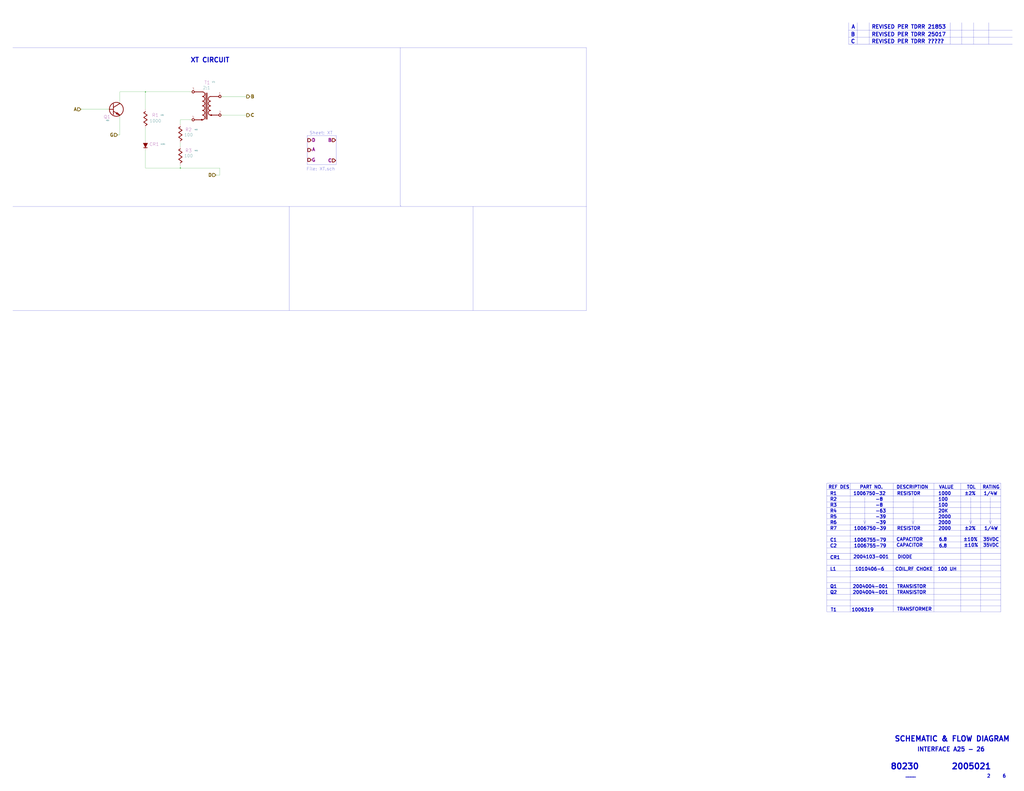
<source format=kicad_sch>
(kicad_sch (version 20211123) (generator eeschema)
  (paper "E")
  (lib_symbols
    (symbol "AGC_DSKY:Diode" (pin_numbers hide) (pin_names (offset 1.016) hide)
      (property "Reference" "CR" (at 0 5.08 0))
      (symbol "Diode_0_1"
        (polyline (pts (xy -2.54 -1.27) (xy -2.54 -1.905)) (stroke (width 0.762)))
        (polyline (pts (xy -2.54 1.27) (xy -2.54 -1.27)) (stroke (width 0.762)))
        (polyline (pts (xy -2.54 1.27) (xy -2.54 1.905)) (stroke (width 0.762)))
        (polyline (pts (xy -2.54 0) (xy 2.54 -2.54) (xy 2.54 2.54) (xy -2.54 0)) (stroke (width 0.2032)) (fill (type outline)))
      )
      (symbol "Diode_1_1"
        (pin passive line (at -5.08 0 0) (length 2.54) (name "K") (number "1"))
        (pin passive line (at 5.08 0 180) (length 2.54) (name "A") (number "2"))
      )
    )
    (symbol "AGC_DSKY:HierBody" (pin_numbers hide) (pin_names (offset 0) hide)
      (symbol "HierBody_0_1"
        (polyline (pts (xy 1.905 0) (xy -0.127 -1.778) (xy -1.905 -1.778) (xy -1.905 1.778) (xy -0.127 1.778) (xy 1.905 0)) (stroke (width 0.762)))
      )
    )
    (symbol "AGC_DSKY:Resistor" (pin_numbers hide) (pin_names (offset 0) hide)
      (property "Reference" "R" (at -0.635 -4.445 0))
      (symbol "Resistor_0_1"
        (polyline (pts (xy -7.62 0) (xy -6.35 -1.905) (xy -3.81 1.905) (xy -1.27 -1.905) (xy 1.27 1.905) (xy 3.81 -1.905) (xy 6.35 1.905) (xy 7.62 0)) (stroke (width 0.762)))
      )
      (symbol "Resistor_1_1"
        (pin passive line (at -10.16 0 0) (length 2.54) (name "1") (number "1"))
        (pin passive line (at 10.16 0 180) (length 2.54) (name "2") (number "2"))
      )
    )
    (symbol "AGC_DSKY:Transformer" (pin_numbers hide) (pin_names (offset 0) hide)
      (property "Reference" "T" (at 0.635 24.13 0))
      (symbol "Transformer_0_0"
        (circle (center -14.605 -15.24) (radius 1.27) (stroke (width 0.762)))
        (circle (center -14.605 15.24) (radius 1.27) (stroke (width 0.762)))
        (arc (start -4.445 -15.24) (mid -1.905 -12.7) (end -4.445 -10.16) (stroke (width 0.762)))
        (arc (start -4.445 -10.16) (mid -1.905 -7.62) (end -4.445 -5.08) (stroke (width 0.762)))
        (arc (start -4.445 -5.08) (mid -1.905 -2.54) (end -4.445 0) (stroke (width 0.762)))
        (arc (start -4.445 0) (mid -1.905 2.54) (end -4.445 5.08) (stroke (width 0.762)))
        (arc (start -4.445 5.08) (mid -1.905 7.62) (end -4.445 10.16) (stroke (width 0.762)))
        (arc (start -4.445 10.16) (mid -1.905 12.7) (end -4.445 15.24) (stroke (width 0.762)))
        (polyline (pts (xy -4.445 -15.24) (xy -13.335 -15.24)) (stroke (width 0.762)))
        (polyline (pts (xy -4.445 15.24) (xy -13.335 15.24)) (stroke (width 0.762)))
        (polyline (pts (xy -0.635 13.97) (xy -0.635 -14.605)) (stroke (width 0.762)))
        (polyline (pts (xy 4.445 -10.16) (xy 13.335 -10.16)) (stroke (width 0.762)))
        (polyline (pts (xy 13.335 10.16) (xy 4.445 10.16)) (stroke (width 0.762)))
        (circle (center 14.605 -10.16) (radius 1.27) (stroke (width 0.762)))
        (circle (center 14.605 10.16) (radius 1.27) (stroke (width 0.762)))
        (text "1" (at 14.605 13.335 0) (effects (font (size 2.54 2.54))))
        (text "2" (at 14.605 -6.985 0) (effects (font (size 2.54 2.54))))
        (text "3" (at -14.605 18.415 0) (effects (font (size 2.54 2.54))))
        (text "4" (at -14.605 -12.065 0) (effects (font (size 2.54 2.54))))
      )
      (symbol "Transformer_0_1"
        (rectangle (start -4.445 -14.605) (end -5.715 -15.875) (stroke (width 0.4064)) (fill (type outline)))
      )
      (symbol "Transformer_0_2"
        (polyline (pts (xy -4.445 15.875) (xy -4.445 14.605) (xy -5.715 14.605) (xy -5.715 15.875) (xy -4.445 15.875)) (stroke (width 0.762)))
        (polyline (pts (xy 4.445 10.795) (xy 4.445 9.525) (xy 5.715 9.525) (xy 5.715 10.795) (xy 4.445 10.795)) (stroke (width 0.762)))
      )
      (symbol "Transformer_1_0"
        (polyline (pts (xy 0.635 -14.605) (xy 0.635 13.97)) (stroke (width 0.762)))
        (arc (start 4.445 -5.08) (mid 1.905 -7.62) (end 4.445 -10.16) (stroke (width 0.762)))
        (arc (start 4.445 0) (mid 1.905 -2.54) (end 4.445 -5.08) (stroke (width 0.762)))
        (arc (start 4.445 5.08) (mid 1.905 2.54) (end 4.445 0) (stroke (width 0.762)))
        (arc (start 4.445 10.16) (mid 1.905 7.62) (end 4.445 5.08) (stroke (width 0.762)))
        (pin passive line (at -15.875 15.24 0) (length 0) (name "3") (number "3"))
      )
      (symbol "Transformer_1_1"
        (rectangle (start 4.445 -10.795) (end 5.715 -9.525) (stroke (width 0.4064)) (fill (type outline)))
        (pin passive line (at 15.875 10.16 180) (length 0) (name "1") (number "1"))
        (pin passive line (at 15.875 -10.16 180) (length 0) (name "2") (number "2"))
        (pin passive line (at -15.875 -15.24 0) (length 0) (name "4") (number "4"))
      )
      (symbol "Transformer_1_2"
        (pin passive line (at 15.875 10.16 180) (length 0) (name "1") (number "1"))
        (pin passive line (at 15.875 -10.16 180) (length 0) (name "2") (number "2"))
        (pin passive line (at -15.875 15.24 0) (length 0) (name "3") (number "3"))
        (pin passive line (at -15.875 -15.24 0) (length 0) (name "4") (number "4"))
      )
    )
    (symbol "AGC_DSKY:Transistor-NPN" (pin_numbers hide) (pin_names (offset 0) hide)
      (property "Reference" "Q" (at 0 10.541 0))
      (symbol "Transistor-NPN_0_1"
        (polyline (pts (xy -3.302 -2.032) (xy 3.81 -6.35)) (stroke (width 0.762)))
        (polyline (pts (xy -3.302 2.032) (xy 3.81 6.35)) (stroke (width 0.762)))
        (polyline (pts (xy -3.302 5.969) (xy -3.302 -5.715)) (stroke (width 0.762)))
        (polyline (pts (xy -3.302 0) (xy -7.62 0) (xy -7.493 0)) (stroke (width 0.762)))
        (polyline (pts (xy -0.127 -4.826) (xy 0.635 -3.556) (xy 3.81 -6.35) (xy -0.254 -4.953)) (stroke (width 0.762)) (fill (type outline)))
        (circle (center 0 0) (radius 7.62) (stroke (width 0.762)))
      )
      (symbol "Transistor-NPN_1_1"
        (pin passive line (at 3.81 6.35 180) (length 0) (name "C") (number "1"))
        (pin passive line (at -7.62 0 0) (length 0) (name "B") (number "2"))
        (pin passive line (at 3.81 -6.35 180) (length 0) (name "E") (number "3"))
      )
    )
  )
  (junction (at 158.75 100.33))
  (junction (at 196.85 183.515))
  (polyline (pts (xy 1080.9478 542.9504) (xy 1080.9478 572.1604)) (stroke (width 0) (type solid)))
  (wire (pts (xy 196.85 180.34) (xy 196.85 183.515)))
  (polyline (pts (xy 902.5128 629.9454) (xy 1092.3778 629.9454)) (stroke (width 0) (type solid)))
  (polyline (pts (xy 902.5128 541.6804) (xy 1092.3778 541.6804)) (stroke (width 0) (type solid)))
  (polyline (pts (xy 516.255 225.425) (xy 516.255 339.09)) (stroke (width 0) (type solid)))
  (polyline (pts (xy 1059.3578 542.9504) (xy 1059.3578 572.1604)) (stroke (width 0) (type solid)))
  (polyline (pts (xy 902.5128 655.3454) (xy 1092.3778 655.3454)) (stroke (width 0) (type solid)))
  (polyline (pts (xy 335.28 147.955) (xy 335.28 179.705)) (stroke (width 0) (type solid)))
  (polyline (pts (xy 1092.3778 610.8954) (xy 902.5128 610.8954)) (stroke (width 0) (type solid)))
  (polyline (pts (xy 1048.5628 527.7104) (xy 1048.5628 668.0454)) (stroke (width 0) (type solid)))
  (wire (pts (xy 196.85 135.89) (xy 196.85 130.81)))
  (polyline (pts (xy 927.9128 527.7104) (xy 927.9128 668.0454)) (stroke (width 0) (type solid)))
  (polyline (pts (xy 902.5128 604.5454) (xy 1092.3778 604.5454)) (stroke (width 0) (type solid)))
  (polyline (pts (xy 996.4928 542.9504) (xy 996.4928 572.1604)) (stroke (width 0) (type solid)))
  (polyline (pts (xy 436.88 224.79) (xy 437.515 224.79)))
  (polyline (pts (xy 902.5128 668.0454) (xy 1092.3778 668.0454)) (stroke (width 0) (type solid)))
  (wire (pts (xy 241.3 125.73) (xy 269.24 125.73)))
  (polyline (pts (xy 974.9028 527.7104) (xy 974.9028 668.0454)) (stroke (width 0) (type solid)))
  (polyline (pts (xy 1092.3778 623.5954) (xy 902.5128 623.5954)) (stroke (width 0) (type solid)))
  (polyline (pts (xy 1070.1528 527.7104) (xy 1070.1528 668.0454)) (stroke (width 0) (type solid)))
  (polyline (pts (xy 996.4928 572.1604) (xy 995.2228 568.3504)) (stroke (width 0) (type solid)))
  (polyline (pts (xy 1092.3778 598.1954) (xy 902.5128 598.1954)) (stroke (width 0) (type solid)))
  (polyline (pts (xy 902.5128 527.7104) (xy 1092.3778 527.7104)) (stroke (width 0) (type solid)))
  (wire (pts (xy 119.38 119.38) (xy 88.265 119.38)))
  (polyline (pts (xy 902.5128 566.4454) (xy 1092.3778 566.4454)) (stroke (width 0) (type solid)))
  (polyline (pts (xy 367.03 179.705) (xy 367.03 147.955)) (stroke (width 0) (type solid)))
  (polyline (pts (xy 943.7878 572.1604) (xy 942.5178 568.3504)) (stroke (width 0) (type solid)))
  (wire (pts (xy 130.81 113.03) (xy 130.81 100.33)))
  (polyline (pts (xy 1092.3778 648.9954) (xy 902.5128 648.9954)) (stroke (width 0) (type solid)))
  (polyline (pts (xy 1082.2178 568.3504) (xy 1080.9478 572.1604)) (stroke (width 0) (type solid)))
  (polyline (pts (xy 902.5128 527.7104) (xy 902.5128 668.0454)) (stroke (width 0) (type solid)))
  (wire (pts (xy 269.24 105.41) (xy 241.3 105.41)))
  (polyline (pts (xy 1092.3778 560.7304) (xy 902.5128 560.7304)) (stroke (width 0) (type solid)))
  (polyline (pts (xy 1104.9 33.02) (xy 926.1094 33.02)) (stroke (width 0.1524) (type solid)))
  (polyline (pts (xy 943.7878 542.9504) (xy 943.7878 572.1604)) (stroke (width 0) (type solid)))
  (polyline (pts (xy 1092.3778 534.6954) (xy 902.5128 534.6954)) (stroke (width 0) (type solid)))
  (wire (pts (xy 240.03 183.515) (xy 240.03 191.135)))
  (polyline (pts (xy 437.515 224.79) (xy 437.515 225.425)))
  (polyline (pts (xy 1049.8074 48.2346) (xy 1049.8074 24.7396)) (stroke (width 0.1524) (type solid)))
  (polyline (pts (xy 1104.9 40.64) (xy 926.1094 40.64)) (stroke (width 0.1524) (type solid)))
  (polyline (pts (xy 436.88 52.07) (xy 436.88 224.79)) (stroke (width 0) (type solid)))
  (polyline (pts (xy 1080.9478 572.1604) (xy 1079.6778 568.3504)) (stroke (width 0) (type solid)))
  (polyline (pts (xy 902.5128 579.1454) (xy 1092.3778 579.1454)) (stroke (width 0) (type solid)))
  (polyline (pts (xy 1037.1074 48.2346) (xy 1037.1074 24.7396)) (stroke (width 0.1524) (type solid)))
  (polyline (pts (xy 315.595 225.425) (xy 315.595 339.09)) (stroke (width 0) (type solid)))
  (polyline (pts (xy 1104.9 48.26) (xy 926.084 48.26)) (stroke (width 0.1524) (type solid)))
  (wire (pts (xy 158.75 183.515) (xy 196.85 183.515)))
  (polyline (pts (xy 1092.3778 548.0304) (xy 902.5128 548.0304)) (stroke (width 0) (type solid)))
  (wire (pts (xy 196.85 160.02) (xy 196.85 156.21)))
  (polyline (pts (xy 902.5128 617.2454) (xy 1092.3778 617.2454)) (stroke (width 0) (type solid)))
  (polyline (pts (xy 1019.3528 527.7104) (xy 1019.3528 668.0454)) (stroke (width 0) (type solid)))
  (wire (pts (xy 196.85 183.515) (xy 240.03 183.515)))
  (polyline (pts (xy 1060.6278 568.3504) (xy 1059.3578 572.1604)) (stroke (width 0) (type solid)))
  (wire (pts (xy 196.85 130.81) (xy 209.55 130.81)))
  (polyline (pts (xy 902.5128 573.4304) (xy 1092.3778 573.4304)) (stroke (width 0) (type solid)))
  (polyline (pts (xy 926.1094 48.26) (xy 926.1094 24.765)) (stroke (width 0.1524) (type solid)))
  (polyline (pts (xy 902.5128 591.8454) (xy 1092.3778 591.8454)) (stroke (width 0) (type solid)))
  (wire (pts (xy 158.75 163.83) (xy 158.75 183.515)))
  (polyline (pts (xy 997.7628 568.3504) (xy 996.4928 572.1604)) (stroke (width 0) (type solid)))
  (polyline (pts (xy 1078.992 48.2346) (xy 1078.992 24.7396)) (stroke (width 0.1524) (type solid)))
  (polyline (pts (xy 1062.5074 48.2346) (xy 1062.5074 24.7396)) (stroke (width 0.1524) (type solid)))
  (polyline (pts (xy 902.5128 585.4954) (xy 1092.3778 585.4954)) (stroke (width 0) (type solid)))
  (wire (pts (xy 158.75 139.7) (xy 158.75 153.67)))
  (polyline (pts (xy 13.97 52.07) (xy 640.08 52.07)) (stroke (width 0) (type solid)))
  (wire (pts (xy 128.27 147.32) (xy 130.81 147.32)))
  (polyline (pts (xy 640.08 52.07) (xy 640.08 339.09)) (stroke (width 0) (type solid)))
  (wire (pts (xy 158.75 100.33) (xy 158.75 119.38)))
  (polyline (pts (xy 1059.3578 572.1604) (xy 1058.0878 568.3504)) (stroke (width 0) (type solid)))
  (wire (pts (xy 158.75 100.33) (xy 209.55 100.33)))
  (polyline (pts (xy 948.69 48.2346) (xy 948.69 24.7396)) (stroke (width 0.1524) (type solid)))
  (polyline (pts (xy 335.28 179.705) (xy 367.03 179.705)) (stroke (width 0) (type solid)))
  (polyline (pts (xy 935.7106 48.26) (xy 935.7106 24.765)) (stroke (width 0.1524) (type solid)))
  (polyline (pts (xy 1092.3778 636.2954) (xy 902.5128 636.2954)) (stroke (width 0) (type solid)))
  (wire (pts (xy 130.81 100.33) (xy 158.75 100.33)))
  (polyline (pts (xy 367.03 147.955) (xy 335.28 147.955)) (stroke (width 0) (type solid)))
  (polyline (pts (xy 13.97 339.09) (xy 640.08 339.09)) (stroke (width 0) (type solid)))
  (polyline (pts (xy 902.5128 554.3804) (xy 1092.3778 554.3804)) (stroke (width 0) (type solid)))
  (polyline (pts (xy 945.0578 568.3504) (xy 943.7878 572.1604)) (stroke (width 0) (type solid)))
  (wire (pts (xy 130.81 147.32) (xy 130.81 125.73)))
  (wire (pts (xy 240.03 191.135) (xy 235.585 191.135)))
  (polyline (pts (xy 13.97 225.425) (xy 640.08 225.425)) (stroke (width 0) (type solid)))
  (polyline (pts (xy 1092.3778 527.7104) (xy 1092.3778 668.0454)) (stroke (width 0) (type solid)))
  (polyline (pts (xy 902.5128 642.6454) (xy 1092.3778 642.6454)) (stroke (width 0) (type solid)))
  (polyline (pts (xy 1092.3778 661.6954) (xy 902.5128 661.6954)) (stroke (width 0) (type solid)))
  (text "1010406-6" (at 932.9928 623.5954 0) (effects (font (size 3.556 3.556) (thickness 0.7112) bold) (justify left bottom)))
  (text "2000" (at 1023.7978 572.7954 0) (effects (font (size 3.556 3.556) (thickness 0.7112) bold) (justify left bottom)))
  (text "COIL,RF CHOKE" (at 976.8078 623.5954 0) (effects (font (size 3.556 3.556) (thickness 0.7112) bold) (justify left bottom)))
  (text "XT CIRCUIT" (at 207.645 68.58 0) (effects (font (size 5.08 5.08) (thickness 1.016) bold) (justify left bottom)))
  (text "Q1" (at 905.6878 642.6454 0) (effects (font (size 3.556 3.556) (thickness 0.7112) bold) (justify left bottom)))
  (text "____" (at 988.06 848.995 0) (effects (font (size 3.556 3.556) (thickness 0.7112) bold) (justify left bottom)))
  (text "C1" (at 905.6878 591.8454 0) (effects (font (size 3.556 3.556) (thickness 0.7112) bold) (justify left bottom)))
  (text "35VDC" (at 1072.6928 597.5604 0) (effects (font (size 3.556 3.556) (thickness 0.7112) bold) (justify left bottom)))
  (text "±10%" (at 1051.1028 591.2104 0) (effects (font (size 3.556 3.556) (thickness 0.7112) bold) (justify left bottom)))
  (text "CAPACITOR" (at 978.0778 591.2104 0) (effects (font (size 3.556 3.556) (thickness 0.7112) bold) (justify left bottom)))
  (text "2004004-001" (at 930.4528 642.6454 0) (effects (font (size 3.556 3.556) (thickness 0.7112) bold) (justify left bottom)))
  (text "B      REVISED PER TDRR 25017" (at 928.37 40.005 0) (effects (font (size 4.064 4.064) (thickness 0.8128) bold) (justify left bottom)))
  (text "Sheet: XT" (at 363.22 147.32 180) (effects (font (size 3.556 3.556)) (justify right bottom)))
  (text "1/4W" (at 1073.3278 541.0454 0) (effects (font (size 3.556 3.556) (thickness 0.7112) bold) (justify left bottom)))
  (text "CR1" (at 905.6878 610.8954 0) (effects (font (size 3.556 3.556) (thickness 0.7112) bold) (justify left bottom)))
  (text "1000" (at 1023.7978 541.0454 0) (effects (font (size 3.556 3.556) (thickness 0.7112) bold) (justify left bottom)))
  (text "6.8" (at 1024.4328 598.1954 0) (effects (font (size 3.556 3.556) (thickness 0.7112) bold) (justify left bottom)))
  (text "±10%" (at 1051.7378 597.5604 0) (effects (font (size 3.556 3.556) (thickness 0.7112) bold) (justify left bottom)))
  (text "RESISTOR" (at 978.7128 579.1454 0) (effects (font (size 3.556 3.556) (thickness 0.7112) bold) (justify left bottom)))
  (text "R6" (at 905.6878 572.7954 0) (effects (font (size 3.556 3.556) (thickness 0.7112) bold) (justify left bottom)))
  (text "1006750-39" (at 931.7228 579.1454 0) (effects (font (size 3.556 3.556) (thickness 0.7112) bold) (justify left bottom)))
  (text "R1" (at 905.6878 541.0454 0) (effects (font (size 3.556 3.556) (thickness 0.7112) bold) (justify left bottom)))
  (text "R3" (at 905.6878 553.7454 0) (effects (font (size 3.556 3.556) (thickness 0.7112) bold) (justify left bottom)))
  (text "R5" (at 905.6878 566.4454 0) (effects (font (size 3.556 3.556) (thickness 0.7112) bold) (justify left bottom)))
  (text "100 UH" (at 1023.1628 623.5954 0) (effects (font (size 3.556 3.556) (thickness 0.7112) bold) (justify left bottom)))
  (text "1006750-32" (at 931.0878 541.0454 0) (effects (font (size 3.556 3.556) (thickness 0.7112) bold) (justify left bottom)))
  (text "1006319" (at 929.1828 668.0454 0) (effects (font (size 3.556 3.556) (thickness 0.7112) bold) (justify left bottom)))
  (text "C2" (at 905.6878 598.1954 0) (effects (font (size 3.556 3.556) (thickness 0.7112) bold) (justify left bottom)))
  (text "TRANSISTOR" (at 978.7128 642.6454 0) (effects (font (size 3.556 3.556) (thickness 0.7112) bold) (justify left bottom)))
  (text "R7" (at 905.6878 579.1454 0) (effects (font (size 3.556 3.556) (thickness 0.7112) bold) (justify left bottom)))
  (text "VALUE" (at 1024.4328 534.0604 0) (effects (font (size 3.556 3.556) (thickness 0.7112) bold) (justify left bottom)))
  (text "80230" (at 971.55 840.74 0) (effects (font (size 6.35 6.35) (thickness 1.27) bold) (justify left bottom)))
  (text "2005021" (at 1038.225 840.74 0) (effects (font (size 6.35 6.35) (thickness 1.27) bold) (justify left bottom)))
  (text "35VDC" (at 1072.6928 591.2104 0) (effects (font (size 3.556 3.556) (thickness 0.7112) bold) (justify left bottom)))
  (text "SCHEMATIC & FLOW DIAGRAM" (at 975.995 810.26 0) (effects (font (size 5.715 5.715) (thickness 1.143) bold) (justify left bottom)))
  (text "±2%" (at 1052.3728 541.0454 0) (effects (font (size 3.556 3.556) (thickness 0.7112) bold) (justify left bottom)))
  (text "-8" (at 955.2178 547.3954 0) (effects (font (size 3.556 3.556) (thickness 0.7112) bold) (justify left bottom)))
  (text "100" (at 1023.7978 547.3954 0) (effects (font (size 3.556 3.556) (thickness 0.7112) bold) (justify left bottom)))
  (text "RATING" (at 1072.0578 534.0604 0) (effects (font (size 3.556 3.556) (thickness 0.7112) bold) (justify left bottom)))
  (text "-8" (at 955.2178 553.7454 0) (effects (font (size 3.556 3.556) (thickness 0.7112) bold) (justify left bottom)))
  (text "-39" (at 955.2178 572.7954 0) (effects (font (size 3.556 3.556) (thickness 0.7112) bold) (justify left bottom)))
  (text "1/4W" (at 1073.9628 579.1454 0) (effects (font (size 3.556 3.556) (thickness 0.7112) bold) (justify left bottom)))
  (text "-63" (at 955.2178 560.0954 0) (effects (font (size 3.556 3.556) (thickness 0.7112) bold) (justify left bottom)))
  (text "2004004-001" (at 930.4528 648.9954 0) (effects (font (size 3.556 3.556) (thickness 0.7112) bold) (justify left bottom)))
  (text "2004103-001" (at 931.0878 610.2604 0) (effects (font (size 3.556 3.556) (thickness 0.7112) bold) (justify left bottom)))
  (text "TRANSFORMER" (at 978.7128 667.4104 0) (effects (font (size 3.556 3.556) (thickness 0.7112) bold) (justify left bottom)))
  (text "DIODE" (at 979.3478 610.2604 0) (effects (font (size 3.556 3.556) (thickness 0.7112) bold) (justify left bottom)))
  (text "6.8" (at 1024.4328 591.2104 0) (effects (font (size 3.556 3.556) (thickness 0.7112) bold) (justify left bottom)))
  (text "20K" (at 1023.7978 560.0954 0) (effects (font (size 3.556 3.556) (thickness 0.7112) bold) (justify left bottom)))
  (text "±2%" (at 1052.3728 579.1454 0) (effects (font (size 3.556 3.556) (thickness 0.7112) bold) (justify left bottom)))
  (text "REF DES" (at 903.7828 534.0604 0) (effects (font (size 3.556 3.556) (thickness 0.7112) bold) (justify left bottom)))
  (text "2000" (at 1023.7978 566.4454 0) (effects (font (size 3.556 3.556) (thickness 0.7112) bold) (justify left bottom)))
  (text "-39" (at 955.2178 566.4454 0) (effects (font (size 3.556 3.556) (thickness 0.7112) bold) (justify left bottom)))
  (text "L1" (at 905.6878 623.5954 0) (effects (font (size 3.556 3.556) (thickness 0.7112) bold) (justify left bottom)))
  (text "2     6" (at 1076.96 849.63 0) (effects (font (size 3.556 3.556) (thickness 0.7112) bold) (justify left bottom)))
  (text "DESCRIPTION" (at 978.0778 534.0604 0) (effects (font (size 3.556 3.556) (thickness 0.7112) bold) (justify left bottom)))
  (text "File: XT.sch" (at 365.76 186.69 180) (effects (font (size 3.556 3.556)) (justify right bottom)))
  (text "R2" (at 905.6878 547.3954 0) (effects (font (size 3.556 3.556) (thickness 0.7112) bold) (justify left bottom)))
  (text "TOL" (at 1054.9128 534.0604 0) (effects (font (size 3.556 3.556) (thickness 0.7112) bold) (justify left bottom)))
  (text "PART NO." (at 938.0728 534.0604 0) (effects (font (size 3.556 3.556) (thickness 0.7112) bold) (justify left bottom)))
  (text "1006755-79" (at 931.7228 598.1954 0) (effects (font (size 3.556 3.556) (thickness 0.7112) bold) (justify left bottom)))
  (text "T1" (at 906.3228 668.0454 0) (effects (font (size 3.556 3.556) (thickness 0.7112) bold) (justify left bottom)))
  (text "100" (at 1023.7978 553.7454 0) (effects (font (size 3.556 3.556) (thickness 0.7112) bold) (justify left bottom)))
  (text "Q2" (at 905.6878 648.9954 0) (effects (font (size 3.556 3.556) (thickness 0.7112) bold) (justify left bottom)))
  (text "INTERFACE A25 - 26" (at 1000.76 821.055 0) (effects (font (size 4.572 4.572) (thickness 0.9144) bold) (justify left bottom)))
  (text "CAPACITOR" (at 978.0778 597.5604 0) (effects (font (size 3.556 3.556) (thickness 0.7112) bold) (justify left bottom)))
  (text "RESISTOR" (at 978.7128 541.0454 0) (effects (font (size 3.556 3.556) (thickness 0.7112) bold) (justify left bottom)))
  (text "2000" (at 1023.7978 579.1454 0) (effects (font (size 3.556 3.556) (thickness 0.7112) bold) (justify left bottom)))
  (text "R4" (at 905.6878 560.0954 0) (effects (font (size 3.556 3.556) (thickness 0.7112) bold) (justify left bottom)))
  (text "C      REVISED PER TDRR ?????" (at 928.37 47.625 0) (effects (font (size 4.064 4.064) (thickness 0.8128) bold) (justify left bottom)))
  (text "TRANSISTOR" (at 978.7128 648.9954 0) (effects (font (size 3.556 3.556) (thickness 0.7112) bold) (justify left bottom)))
  (text "1006755-79" (at 931.7228 591.8454 0) (effects (font (size 3.556 3.556) (thickness 0.7112) bold) (justify left bottom)))
  (text "A      REVISED PER TDRR 21853" (at 929.005 31.75 0) (effects (font (size 4.064 4.064) (thickness 0.8128) bold) (justify left bottom)))
  (hierarchical_label "C" (shape output) (at 269.24 125.73 0) (effects (font (size 3.556 3.556) (thickness 0.7112) bold)))
  (hierarchical_label "G" (shape input) (at 128.27 147.32 180) (effects (font (size 3.556 3.556) (thickness 0.7112) bold)))
  (hierarchical_label "B" (shape output) (at 269.24 105.41 0) (effects (font (size 3.556 3.556) (thickness 0.7112) bold)))
  (hierarchical_label "D" (shape input) (at 235.585 191.135 180) (effects (font (size 3.556 3.556) (thickness 0.7112) bold)))
  (hierarchical_label "A" (shape input) (at 88.265 119.38 180) (effects (font (size 3.556 3.556) (thickness 0.7112) bold)))
  (symbol (lib_id "AGC_DSKY:Transistor-NPN") (at 127 119.38 0)
    (property "Reference" "4Q1" (at 117.475 131.445 0))
    (property "Value" "Transistor-NPN" (effects hide))
    (property "baseRefd" "Q1" (at 116.84 127.635 0) (effects (font (size 3.556 3.556))))
  )
  (symbol (lib_id "AGC_DSKY:Resistor") (at 158.75 129.54 270)
    (property "Reference" "4R1" (at 177.165 125.73 90))
    (property "Value" "1000" (at 169.545 132.08 90) (effects (font (size 3.302 3.302))))
    (property "baseRefd" "R1" (at 169.545 125.73 90) (effects (font (size 3.556 3.556))))
  )
  (symbol (lib_id "AGC_DSKY:Resistor") (at 196.85 146.05 270)
    (property "Reference" "4R2" (at 213.995 141.605 90))
    (property "Value" "100" (at 205.74 147.32 90) (effects (font (size 3.302 3.302))))
    (property "baseRefd" "R2" (at 205.74 141.605 90) (effects (font (size 3.556 3.556))))
  )
  (symbol (lib_id "AGC_DSKY:Resistor") (at 196.85 170.18 270)
    (property "Reference" "4R3" (at 213.995 164.465 90))
    (property "Value" "100" (at 205.74 170.18 90) (effects (font (size 3.302 3.302))))
    (property "baseRefd" "R3" (at 205.74 164.465 90) (effects (font (size 3.556 3.556))))
  )
  (symbol (lib_id "AGC_DSKY:Diode") (at 158.75 158.75 90)
    (property "Reference" "4CR1" (at 177.8 157.48 90))
    (property "Value" "Diode" (effects hide))
    (property "baseRefd" "CR1" (at 168.275 157.48 90) (effects (font (size 3.556 3.556))))
  )
  (symbol (lib_id "AGC_DSKY:Transformer") (at 225.425 115.57 0)
    (property "Reference" "4T1" (at 233.045 89.535 0))
    (property "Value" "2:1" (at 225.425 95.885 0) (effects (font (size 3.302 3.302))))
    (property "baseRefd" "T1" (at 226.06 90.17 0) (effects (font (size 3.556 3.556))))
  )
  (symbol (lib_id "AGC_DSKY:HierBody") (at 337.82 163.83 0)
    (property "Reference" "N302" (effects hide))
    (property "Value" "HierBody" (effects hide))
    (property "Caption2" "A" (at 342.265 163.195 0) (effects (font (size 3.556 3.556) bold)))
  )
  (symbol (lib_id "AGC_DSKY:HierBody") (at 337.82 153.035 0)
    (property "Reference" "N301" (effects hide))
    (property "Value" "HierBody" (effects hide))
    (property "Caption2" "D" (at 342.265 153.035 0) (effects (font (size 3.556 3.556) bold)))
  )
  (symbol (lib_id "AGC_DSKY:HierBody") (at 337.82 174.625 0)
    (property "Reference" "N303" (effects hide))
    (property "Value" "HierBody" (effects hide))
    (property "Caption2" "G" (at 342.265 174.625 0) (effects (font (size 3.556 3.556) bold)))
  )
  (symbol (lib_id "AGC_DSKY:HierBody") (at 364.49 153.035 0)
    (property "Reference" "N304" (effects hide))
    (property "Value" "HierBody" (effects hide))
    (property "Caption2" "B" (at 360.045 153.035 0) (effects (font (size 3.556 3.556) bold)))
  )
  (symbol (lib_id "AGC_DSKY:HierBody") (at 364.49 175.26 0)
    (property "Reference" "N305" (effects hide))
    (property "Value" "HierBody" (effects hide))
    (property "Caption2" "C" (at 360.045 175.26 0) (effects (font (size 3.556 3.556) bold)))
  )
)
</source>
